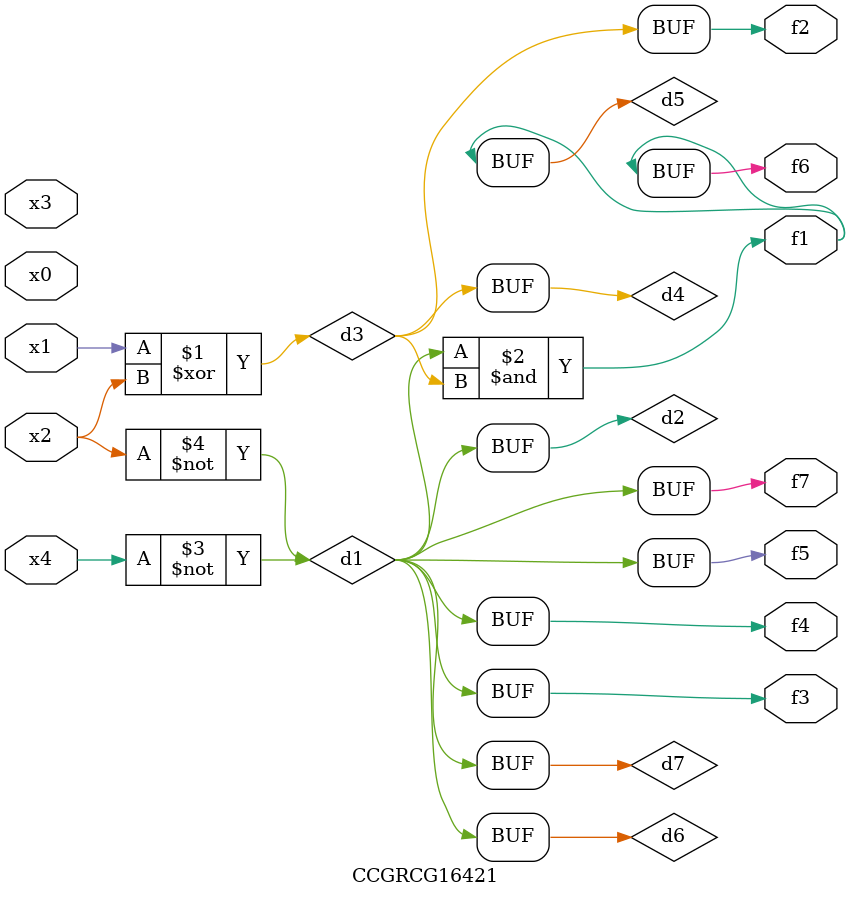
<source format=v>
module CCGRCG16421(
	input x0, x1, x2, x3, x4,
	output f1, f2, f3, f4, f5, f6, f7
);

	wire d1, d2, d3, d4, d5, d6, d7;

	not (d1, x4);
	not (d2, x2);
	xor (d3, x1, x2);
	buf (d4, d3);
	and (d5, d1, d3);
	buf (d6, d1, d2);
	buf (d7, d2);
	assign f1 = d5;
	assign f2 = d4;
	assign f3 = d7;
	assign f4 = d7;
	assign f5 = d7;
	assign f6 = d5;
	assign f7 = d7;
endmodule

</source>
